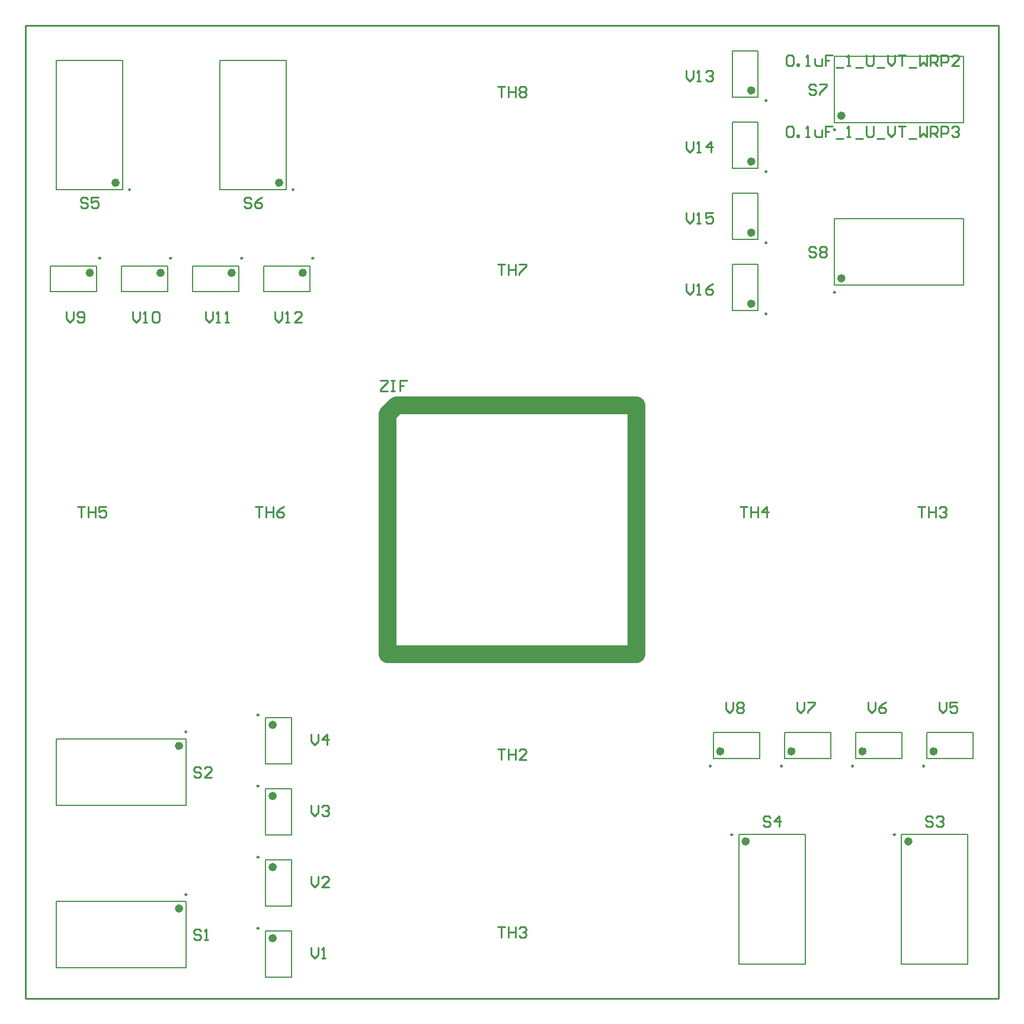
<source format=gto>
G04 Layer_Color=65535*
%FSLAX25Y25*%
%MOIN*%
G70*
G01*
G75*
%ADD19C,0.01000*%
%ADD23C,0.02362*%
%ADD24C,0.00984*%
%ADD25C,0.10000*%
%ADD26C,0.00787*%
D19*
X199800Y347798D02*
X203799D01*
Y346798D01*
X199800Y342800D01*
Y341800D01*
X203799D01*
X205798Y347798D02*
X207797D01*
X206798D01*
Y341800D01*
X205798D01*
X207797D01*
X214795Y347798D02*
X210796D01*
Y344799D01*
X212796D01*
X210796D01*
Y341800D01*
X265800Y512998D02*
X269799D01*
X267799D01*
Y507000D01*
X271798Y512998D02*
Y507000D01*
Y509999D01*
X275797D01*
Y512998D01*
Y507000D01*
X277796Y511998D02*
X278796Y512998D01*
X280795D01*
X281795Y511998D01*
Y510999D01*
X280795Y509999D01*
X281795Y508999D01*
Y508000D01*
X280795Y507000D01*
X278796D01*
X277796Y508000D01*
Y508999D01*
X278796Y509999D01*
X277796Y510999D01*
Y511998D01*
X278796Y509999D02*
X280795D01*
X265800Y412998D02*
X269799D01*
X267799D01*
Y407000D01*
X271798Y412998D02*
Y407000D01*
Y409999D01*
X275797D01*
Y412998D01*
Y407000D01*
X277796Y412998D02*
X281795D01*
Y411998D01*
X277796Y408000D01*
Y407000D01*
X129500Y276798D02*
X133499D01*
X131499D01*
Y270800D01*
X135498Y276798D02*
Y270800D01*
Y273799D01*
X139497D01*
Y276798D01*
Y270800D01*
X145495Y276798D02*
X143496Y275798D01*
X141496Y273799D01*
Y271800D01*
X142496Y270800D01*
X144495D01*
X145495Y271800D01*
Y272799D01*
X144495Y273799D01*
X141496D01*
X29500Y276798D02*
X33499D01*
X31499D01*
Y270800D01*
X35498Y276798D02*
Y270800D01*
Y273799D01*
X39497D01*
Y276798D01*
Y270800D01*
X45495Y276798D02*
X41496D01*
Y273799D01*
X43496Y274799D01*
X44495D01*
X45495Y273799D01*
Y271800D01*
X44495Y270800D01*
X42496D01*
X41496Y271800D01*
X402000Y276798D02*
X405999D01*
X403999D01*
Y270800D01*
X407998Y276798D02*
Y270800D01*
Y273799D01*
X411997D01*
Y276798D01*
Y270800D01*
X416995D02*
Y276798D01*
X413996Y273799D01*
X417995D01*
X502000Y276798D02*
X505999D01*
X503999D01*
Y270800D01*
X507998Y276798D02*
Y270800D01*
Y273799D01*
X511997D01*
Y276798D01*
Y270800D01*
X513996Y275798D02*
X514996Y276798D01*
X516995D01*
X517995Y275798D01*
Y274799D01*
X516995Y273799D01*
X515996D01*
X516995D01*
X517995Y272799D01*
Y271800D01*
X516995Y270800D01*
X514996D01*
X513996Y271800D01*
X265800Y140498D02*
X269799D01*
X267799D01*
Y134500D01*
X271798Y140498D02*
Y134500D01*
Y137499D01*
X275797D01*
Y140498D01*
Y134500D01*
X281795D02*
X277796D01*
X281795Y138499D01*
Y139498D01*
X280795Y140498D01*
X278796D01*
X277796Y139498D01*
X265800Y40498D02*
X269799D01*
X267799D01*
Y34500D01*
X271798Y40498D02*
Y34500D01*
Y37499D01*
X275797D01*
Y40498D01*
Y34500D01*
X277796Y39498D02*
X278796Y40498D01*
X280795D01*
X281795Y39498D01*
Y38499D01*
X280795Y37499D01*
X279796D01*
X280795D01*
X281795Y36499D01*
Y35500D01*
X280795Y34500D01*
X278796D01*
X277796Y35500D01*
X418999Y101698D02*
X417999Y102698D01*
X416000D01*
X415000Y101698D01*
Y100699D01*
X416000Y99699D01*
X417999D01*
X418999Y98699D01*
Y97700D01*
X417999Y96700D01*
X416000D01*
X415000Y97700D01*
X423997Y96700D02*
Y102698D01*
X420998Y99699D01*
X424997D01*
X371700Y482198D02*
Y478199D01*
X373699Y476200D01*
X375699Y478199D01*
Y482198D01*
X377698Y476200D02*
X379697D01*
X378698D01*
Y482198D01*
X377698Y481198D01*
X385696Y476200D02*
Y482198D01*
X382696Y479199D01*
X386695D01*
X371700Y522198D02*
Y518199D01*
X373699Y516200D01*
X375699Y518199D01*
Y522198D01*
X377698Y516200D02*
X379697D01*
X378698D01*
Y522198D01*
X377698Y521198D01*
X382696D02*
X383696Y522198D01*
X385696D01*
X386695Y521198D01*
Y520199D01*
X385696Y519199D01*
X384696D01*
X385696D01*
X386695Y518199D01*
Y517200D01*
X385696Y516200D01*
X383696D01*
X382696Y517200D01*
X371700Y402198D02*
Y398199D01*
X373699Y396200D01*
X375699Y398199D01*
Y402198D01*
X377698Y396200D02*
X379697D01*
X378698D01*
Y402198D01*
X377698Y401198D01*
X386695Y402198D02*
X384696Y401198D01*
X382696Y399199D01*
Y397200D01*
X383696Y396200D01*
X385696D01*
X386695Y397200D01*
Y398199D01*
X385696Y399199D01*
X382696D01*
X371700Y442198D02*
Y438199D01*
X373699Y436200D01*
X375699Y438199D01*
Y442198D01*
X377698Y436200D02*
X379697D01*
X378698D01*
Y442198D01*
X377698Y441198D01*
X386695Y442198D02*
X382696D01*
Y439199D01*
X384696Y440199D01*
X385696D01*
X386695Y439199D01*
Y437200D01*
X385696Y436200D01*
X383696D01*
X382696Y437200D01*
X140300Y386598D02*
Y382599D01*
X142299Y380600D01*
X144299Y382599D01*
Y386598D01*
X146298Y380600D02*
X148297D01*
X147298D01*
Y386598D01*
X146298Y385598D01*
X155295Y380600D02*
X151296D01*
X155295Y384599D01*
Y385598D01*
X154296Y386598D01*
X152296D01*
X151296Y385598D01*
X101300Y386598D02*
Y382599D01*
X103299Y380600D01*
X105299Y382599D01*
Y386598D01*
X107298Y380600D02*
X109297D01*
X108298D01*
Y386598D01*
X107298Y385598D01*
X112296Y380600D02*
X114296D01*
X113296D01*
Y386598D01*
X112296Y385598D01*
X60300Y386598D02*
Y382599D01*
X62299Y380600D01*
X64299Y382599D01*
Y386598D01*
X66298Y380600D02*
X68297D01*
X67298D01*
Y386598D01*
X66298Y385598D01*
X71296D02*
X72296Y386598D01*
X74296D01*
X75295Y385598D01*
Y381600D01*
X74296Y380600D01*
X72296D01*
X71296Y381600D01*
Y385598D01*
X23000Y386598D02*
Y382599D01*
X24999Y380600D01*
X26999Y382599D01*
Y386598D01*
X28998Y381600D02*
X29998Y380600D01*
X31997D01*
X32997Y381600D01*
Y385598D01*
X31997Y386598D01*
X29998D01*
X28998Y385598D01*
Y384599D01*
X29998Y383599D01*
X32997D01*
X394200Y166898D02*
Y162899D01*
X396199Y160900D01*
X398199Y162899D01*
Y166898D01*
X400198Y165898D02*
X401198Y166898D01*
X403197D01*
X404197Y165898D01*
Y164899D01*
X403197Y163899D01*
X404197Y162899D01*
Y161900D01*
X403197Y160900D01*
X401198D01*
X400198Y161900D01*
Y162899D01*
X401198Y163899D01*
X400198Y164899D01*
Y165898D01*
X401198Y163899D02*
X403197D01*
X434200Y166898D02*
Y162899D01*
X436199Y160900D01*
X438199Y162899D01*
Y166898D01*
X440198D02*
X444197D01*
Y165898D01*
X440198Y161900D01*
Y160900D01*
X474200Y166898D02*
Y162899D01*
X476199Y160900D01*
X478199Y162899D01*
Y166898D01*
X484197D02*
X482197Y165898D01*
X480198Y163899D01*
Y161900D01*
X481198Y160900D01*
X483197D01*
X484197Y161900D01*
Y162899D01*
X483197Y163899D01*
X480198D01*
X514200Y166898D02*
Y162899D01*
X516199Y160900D01*
X518199Y162899D01*
Y166898D01*
X524197D02*
X520198D01*
Y163899D01*
X522197Y164899D01*
X523197D01*
X524197Y163899D01*
Y161900D01*
X523197Y160900D01*
X521198D01*
X520198Y161900D01*
X160900Y148798D02*
Y144799D01*
X162899Y142800D01*
X164899Y144799D01*
Y148798D01*
X169897Y142800D02*
Y148798D01*
X166898Y145799D01*
X170897D01*
X160900Y108798D02*
Y104799D01*
X162899Y102800D01*
X164899Y104799D01*
Y108798D01*
X166898Y107798D02*
X167898Y108798D01*
X169897D01*
X170897Y107798D01*
Y106799D01*
X169897Y105799D01*
X168897D01*
X169897D01*
X170897Y104799D01*
Y103800D01*
X169897Y102800D01*
X167898D01*
X166898Y103800D01*
X160900Y68798D02*
Y64799D01*
X162899Y62800D01*
X164899Y64799D01*
Y68798D01*
X170897Y62800D02*
X166898D01*
X170897Y66799D01*
Y67798D01*
X169897Y68798D01*
X167898D01*
X166898Y67798D01*
X160900Y28798D02*
Y24799D01*
X162899Y22800D01*
X164899Y24799D01*
Y28798D01*
X166898Y22800D02*
X168897D01*
X167898D01*
Y28798D01*
X166898Y27798D01*
X444799Y513498D02*
X443799Y514498D01*
X441800D01*
X440800Y513498D01*
Y512499D01*
X441800Y511499D01*
X443799D01*
X444799Y510499D01*
Y509500D01*
X443799Y508500D01*
X441800D01*
X440800Y509500D01*
X446798Y514498D02*
X450797D01*
Y513498D01*
X446798Y509500D01*
Y508500D01*
X444799Y421998D02*
X443799Y422998D01*
X441800D01*
X440800Y421998D01*
Y420999D01*
X441800Y419999D01*
X443799D01*
X444799Y418999D01*
Y418000D01*
X443799Y417000D01*
X441800D01*
X440800Y418000D01*
X446798Y421998D02*
X447798Y422998D01*
X449797D01*
X450797Y421998D01*
Y420999D01*
X449797Y419999D01*
X450797Y418999D01*
Y418000D01*
X449797Y417000D01*
X447798D01*
X446798Y418000D01*
Y418999D01*
X447798Y419999D01*
X446798Y420999D01*
Y421998D01*
X447798Y419999D02*
X449797D01*
X126999Y449798D02*
X125999Y450798D01*
X124000D01*
X123000Y449798D01*
Y448799D01*
X124000Y447799D01*
X125999D01*
X126999Y446799D01*
Y445800D01*
X125999Y444800D01*
X124000D01*
X123000Y445800D01*
X132997Y450798D02*
X130997Y449798D01*
X128998Y447799D01*
Y445800D01*
X129998Y444800D01*
X131997D01*
X132997Y445800D01*
Y446799D01*
X131997Y447799D01*
X128998D01*
X34999Y449798D02*
X33999Y450798D01*
X32000D01*
X31000Y449798D01*
Y448799D01*
X32000Y447799D01*
X33999D01*
X34999Y446799D01*
Y445800D01*
X33999Y444800D01*
X32000D01*
X31000Y445800D01*
X40997Y450798D02*
X36998D01*
Y447799D01*
X38997Y448799D01*
X39997D01*
X40997Y447799D01*
Y445800D01*
X39997Y444800D01*
X37998D01*
X36998Y445800D01*
X510499Y101698D02*
X509499Y102698D01*
X507500D01*
X506500Y101698D01*
Y100699D01*
X507500Y99699D01*
X509499D01*
X510499Y98699D01*
Y97700D01*
X509499Y96700D01*
X507500D01*
X506500Y97700D01*
X512498Y101698D02*
X513498Y102698D01*
X515497D01*
X516497Y101698D01*
Y100699D01*
X515497Y99699D01*
X514497D01*
X515497D01*
X516497Y98699D01*
Y97700D01*
X515497Y96700D01*
X513498D01*
X512498Y97700D01*
X98699Y129498D02*
X97699Y130498D01*
X95700D01*
X94700Y129498D01*
Y128499D01*
X95700Y127499D01*
X97699D01*
X98699Y126499D01*
Y125500D01*
X97699Y124500D01*
X95700D01*
X94700Y125500D01*
X104697Y124500D02*
X100698D01*
X104697Y128499D01*
Y129498D01*
X103697Y130498D01*
X101698D01*
X100698Y129498D01*
X98699Y37998D02*
X97699Y38998D01*
X95700D01*
X94700Y37998D01*
Y36999D01*
X95700Y35999D01*
X97699D01*
X98699Y34999D01*
Y34000D01*
X97699Y33000D01*
X95700D01*
X94700Y34000D01*
X100698Y33000D02*
X102697D01*
X101698D01*
Y38998D01*
X100698Y37998D01*
X428100Y529898D02*
X429100Y530898D01*
X431099D01*
X432099Y529898D01*
Y525900D01*
X431099Y524900D01*
X429100D01*
X428100Y525900D01*
Y529898D01*
X434098Y524900D02*
Y525900D01*
X435098D01*
Y524900D01*
X434098D01*
X439096D02*
X441096D01*
X440096D01*
Y530898D01*
X439096Y529898D01*
X444095Y528899D02*
Y525900D01*
X445094Y524900D01*
X448094D01*
Y528899D01*
X454092Y530898D02*
X450093D01*
Y527899D01*
X452092D01*
X450093D01*
Y524900D01*
X456091Y523900D02*
X460090D01*
X462089Y524900D02*
X464088D01*
X463089D01*
Y530898D01*
X462089Y529898D01*
X467087Y523900D02*
X471086D01*
X473085Y530898D02*
Y525900D01*
X474085Y524900D01*
X476085D01*
X477084Y525900D01*
Y530898D01*
X479083Y523900D02*
X483082D01*
X485082Y530898D02*
Y526899D01*
X487081Y524900D01*
X489080Y526899D01*
Y530898D01*
X491080D02*
X495078D01*
X493079D01*
Y524900D01*
X497078Y523900D02*
X501076D01*
X503076Y530898D02*
Y524900D01*
X505075Y526899D01*
X507074Y524900D01*
Y530898D01*
X509074Y524900D02*
Y530898D01*
X512073D01*
X513072Y529898D01*
Y527899D01*
X512073Y526899D01*
X509074D01*
X511073D02*
X513072Y524900D01*
X515072D02*
Y530898D01*
X518071D01*
X519071Y529898D01*
Y527899D01*
X518071Y526899D01*
X515072D01*
X525069Y524900D02*
X521070D01*
X525069Y528899D01*
Y529898D01*
X524069Y530898D01*
X522070D01*
X521070Y529898D01*
X428100Y489898D02*
X429100Y490898D01*
X431099D01*
X432099Y489898D01*
Y485900D01*
X431099Y484900D01*
X429100D01*
X428100Y485900D01*
Y489898D01*
X434098Y484900D02*
Y485900D01*
X435098D01*
Y484900D01*
X434098D01*
X439096D02*
X441096D01*
X440096D01*
Y490898D01*
X439096Y489898D01*
X444095Y488899D02*
Y485900D01*
X445094Y484900D01*
X448094D01*
Y488899D01*
X454092Y490898D02*
X450093D01*
Y487899D01*
X452092D01*
X450093D01*
Y484900D01*
X456091Y483900D02*
X460090D01*
X462089Y484900D02*
X464088D01*
X463089D01*
Y490898D01*
X462089Y489898D01*
X467087Y483900D02*
X471086D01*
X473085Y490898D02*
Y485900D01*
X474085Y484900D01*
X476085D01*
X477084Y485900D01*
Y490898D01*
X479083Y483900D02*
X483082D01*
X485082Y490898D02*
Y486899D01*
X487081Y484900D01*
X489080Y486899D01*
Y490898D01*
X491080D02*
X495078D01*
X493079D01*
Y484900D01*
X497078Y483900D02*
X501076D01*
X503076Y490898D02*
Y484900D01*
X505075Y486899D01*
X507074Y484900D01*
Y490898D01*
X509074Y484900D02*
Y490898D01*
X512073D01*
X513072Y489898D01*
Y487899D01*
X512073Y486899D01*
X509074D01*
X511073D02*
X513072Y484900D01*
X515072D02*
Y490898D01*
X518071D01*
X519071Y489898D01*
Y487899D01*
X518071Y486899D01*
X515072D01*
X521070Y489898D02*
X522070Y490898D01*
X524069D01*
X525069Y489898D01*
Y488899D01*
X524069Y487899D01*
X523069D01*
X524069D01*
X525069Y486899D01*
Y485900D01*
X524069Y484900D01*
X522070D01*
X521070Y485900D01*
X0Y0D02*
Y547500D01*
X547500D01*
Y0D02*
Y547500D01*
X0Y0D02*
X547500D01*
D23*
X51945Y459020D02*
G03*
X51945Y459020I-1181J0D01*
G01*
X143945D02*
G03*
X143945Y459020I-1181J0D01*
G01*
X37433Y408347D02*
G03*
X37433Y408347I-1181J0D01*
G01*
X77236D02*
G03*
X77236Y408347I-1181J0D01*
G01*
X117236D02*
G03*
X117236Y408347I-1181J0D01*
G01*
X157236D02*
G03*
X157236Y408347I-1181J0D01*
G01*
X392126Y139154D02*
G03*
X392126Y139154I-1181J0D01*
G01*
X432126D02*
G03*
X432126Y139154I-1181J0D01*
G01*
X472126D02*
G03*
X472126Y139154I-1181J0D01*
G01*
X512126D02*
G03*
X512126Y139154I-1181J0D01*
G01*
X406417Y88480D02*
G03*
X406417Y88480I-1181J0D01*
G01*
X497917D02*
G03*
X497917Y88480I-1181J0D01*
G01*
X409528Y430945D02*
G03*
X409528Y430945I-1181J0D01*
G01*
Y390945D02*
G03*
X409528Y390945I-1181J0D01*
G01*
Y510945D02*
G03*
X409528Y510945I-1181J0D01*
G01*
Y470945D02*
G03*
X409528Y470945I-1181J0D01*
G01*
X460201Y405236D02*
G03*
X460201Y405236I-1181J0D01*
G01*
Y496736D02*
G03*
X460201Y496736I-1181J0D01*
G01*
X87661Y50764D02*
G03*
X87661Y50764I-1181J0D01*
G01*
Y142264D02*
G03*
X87661Y142264I-1181J0D01*
G01*
X140335Y154055D02*
G03*
X140335Y154055I-1181J0D01*
G01*
Y114055D02*
G03*
X140335Y114055I-1181J0D01*
G01*
Y74055D02*
G03*
X140335Y74055I-1181J0D01*
G01*
Y34055D02*
G03*
X140335Y34055I-1181J0D01*
G01*
D24*
X59130Y455181D02*
G03*
X59130Y455181I-492J0D01*
G01*
X151130D02*
G03*
X151130Y455181I-492J0D01*
G01*
X42404Y416614D02*
G03*
X42404Y416614I-492J0D01*
G01*
X82207D02*
G03*
X82207Y416614I-492J0D01*
G01*
X122207D02*
G03*
X122207Y416614I-492J0D01*
G01*
X162207D02*
G03*
X162207Y416614I-492J0D01*
G01*
X385778Y130886D02*
G03*
X385778Y130886I-492J0D01*
G01*
X425777D02*
G03*
X425777Y130886I-492J0D01*
G01*
X465777D02*
G03*
X465777Y130886I-492J0D01*
G01*
X505778D02*
G03*
X505778Y130886I-492J0D01*
G01*
X397854Y92319D02*
G03*
X397854Y92319I-492J0D01*
G01*
X489354D02*
G03*
X489354Y92319I-492J0D01*
G01*
X417106Y425285D02*
G03*
X417106Y425285I-492J0D01*
G01*
Y385285D02*
G03*
X417106Y385285I-492J0D01*
G01*
Y505285D02*
G03*
X417106Y505285I-492J0D01*
G01*
Y465285D02*
G03*
X417106Y465285I-492J0D01*
G01*
X455673Y397362D02*
G03*
X455673Y397362I-492J0D01*
G01*
Y488862D02*
G03*
X455673Y488862I-492J0D01*
G01*
X90811Y58638D02*
G03*
X90811Y58638I-492J0D01*
G01*
Y150138D02*
G03*
X90811Y150138I-492J0D01*
G01*
X131378Y159715D02*
G03*
X131378Y159715I-492J0D01*
G01*
Y119715D02*
G03*
X131378Y119715I-492J0D01*
G01*
Y79715D02*
G03*
X131378Y79715I-492J0D01*
G01*
Y39715D02*
G03*
X131378Y39715I-492J0D01*
G01*
D25*
X203750Y193750D02*
Y328750D01*
Y193750D02*
X343750D01*
Y333750D01*
X208750D02*
X343750D01*
X203750Y328750D02*
X208750Y333750D01*
D26*
X17299Y527917D02*
X54701D01*
X17299Y455083D02*
X54701D01*
X17299D02*
Y527917D01*
X54701Y455083D02*
Y527917D01*
X146701Y455083D02*
Y527917D01*
X109299Y455083D02*
Y527917D01*
Y455083D02*
X146701D01*
X109299Y527917D02*
X146701D01*
X14205Y412283D02*
X40189D01*
X14205Y397717D02*
X40189D01*
Y412283D01*
X14205Y397717D02*
Y412283D01*
X54008D02*
X79992D01*
X54008Y397717D02*
X79992D01*
Y412283D01*
X54008Y397717D02*
Y412283D01*
X94008D02*
X119992D01*
X94008Y397717D02*
X119992D01*
Y412283D01*
X94008Y397717D02*
Y412283D01*
X134008D02*
X159992D01*
X134008Y397717D02*
X159992D01*
Y412283D01*
X134008Y397717D02*
Y412283D01*
X387008Y135217D02*
X412992D01*
X387008Y149783D02*
X412992D01*
X387008Y135217D02*
Y149783D01*
X412992Y135217D02*
Y149783D01*
X427008Y135217D02*
X452992D01*
X427008Y149783D02*
X452992D01*
X427008Y135217D02*
Y149783D01*
X452992Y135217D02*
Y149783D01*
X467008Y135217D02*
X492992D01*
X467008Y149783D02*
X492992D01*
X467008Y135217D02*
Y149783D01*
X492992Y135217D02*
Y149783D01*
X507008Y135217D02*
X532992D01*
X507008Y149783D02*
X532992D01*
X507008Y135217D02*
Y149783D01*
X532992Y135217D02*
Y149783D01*
X401299Y19583D02*
X438701D01*
X401299Y92417D02*
X438701D01*
Y19583D02*
Y92417D01*
X401299Y19583D02*
Y92417D01*
X492799Y19583D02*
Y92417D01*
X530201Y19583D02*
Y92417D01*
X492799D02*
X530201D01*
X492799Y19583D02*
X530201D01*
X412283Y427008D02*
Y452992D01*
X397717Y427008D02*
Y452992D01*
Y427008D02*
X412283D01*
X397717Y452992D02*
X412283D01*
Y387008D02*
Y412992D01*
X397717Y387008D02*
Y412992D01*
Y387008D02*
X412283D01*
X397717Y412992D02*
X412283D01*
Y507008D02*
Y532992D01*
X397717Y507008D02*
Y532992D01*
Y507008D02*
X412283D01*
X397717Y532992D02*
X412283D01*
Y467008D02*
Y492992D01*
X397717Y467008D02*
Y492992D01*
Y467008D02*
X412283D01*
X397717Y492992D02*
X412283D01*
X527917Y401299D02*
Y438701D01*
X455083Y401299D02*
Y438701D01*
X527917D01*
X455083Y401299D02*
X527917D01*
X455083Y492799D02*
X527917D01*
X455083Y530201D02*
X527917D01*
X455083Y492799D02*
Y530201D01*
X527917Y492799D02*
Y530201D01*
X17583Y54701D02*
X90417D01*
X17583Y17299D02*
X90417D01*
Y54701D01*
X17583Y17299D02*
Y54701D01*
Y108799D02*
Y146201D01*
X90417Y108799D02*
Y146201D01*
X17583Y108799D02*
X90417D01*
X17583Y146201D02*
X90417D01*
X135217Y132008D02*
Y157992D01*
X149783Y132008D02*
Y157992D01*
X135217D02*
X149783D01*
X135217Y132008D02*
X149783D01*
X135217Y92008D02*
Y117992D01*
X149783Y92008D02*
Y117992D01*
X135217D02*
X149783D01*
X135217Y92008D02*
X149783D01*
X135217Y52008D02*
Y77992D01*
X149783Y52008D02*
Y77992D01*
X135217D02*
X149783D01*
X135217Y52008D02*
X149783D01*
X135217Y12008D02*
Y37992D01*
X149783Y12008D02*
Y37992D01*
X135217D02*
X149783D01*
X135217Y12008D02*
X149783D01*
M02*

</source>
